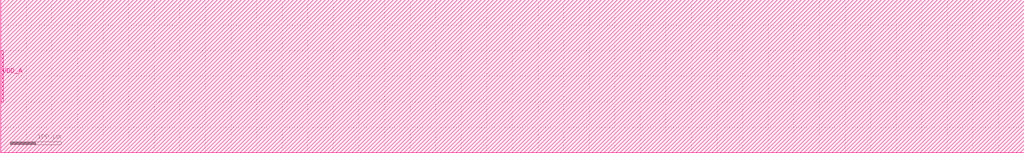
<source format=lef>
VERSION 5.5 ;
NAMESCASESENSITIVE ON ;
#BUSBITCHARS "d" ;
#DIVIDERCHAR "/" ;

SITE unit
  CLASS CORE ;
  SYMMETRY X Y ;
  SIZE 0.2 BY 1.8 ;
END unit


MACRO block1
  CLASS BLOCK ;
  ORIGIN 0 0 ;
  SIZE 1000 BY 500 ;
  SYMMETRY X Y R90 ;

  PIN VDD_A
    DIRECTION INOUT ;
    USE POWER ;
    PORT
    LAYER METAL5 ;
       RECT 0 10 5 60 ;
    LAYER METAL6 ;
       RECT 0 10 5 60 ;
    END 
  END VDD_A
  PIN VDD_B
    DIRECTION INOUT ;
    USE POWER ;
    PORT
    LAYER METAL5 ;
       RECT 0 200 5 250 ;
    LAYER METAL6 ;
       RECT 0 200 5 250 ;
    END
  END VDD_B

  OBS
    LAYER METAL1 ;
       RECT 0 0 1000 500 ;
    LAYER METAL2 ;
       RECT 0 0 1000 500 ;
    LAYER METAL3 ;
       RECT 0 0 1000 500 ;
    LAYER METAL4 ;
       RECT 0 0 1000 500 ;
    LAYER METAL5 ;
       RECT 0 0 1000 500 ;
    LAYER METAL6 ;
       RECT 0 0 1000 500 ;
  END
END block1
  
MACRO block2
  CLASS BLOCK ;
  ORIGIN 0 0 ;
  SIZE 700 BY 600 ;
  SYMMETRY X Y R90 ;

  PIN VDD_A
    DIRECTION INOUT ;
    USE POWER ;
    PORT
    LAYER METAL5 ;
       RECT 0 100 5 150 ;
    LAYER METAL6 ;
       RECT 0 100 5 150 ;
    END
  END VDD_A

  OBS
    LAYER METAL1 ;
       RECT 0 0 700 600 ;
    LAYER METAL2 ;
       RECT 0 0 700 600 ;
    LAYER METAL3 ;
       RECT 0 0 700 600 ;
    LAYER METAL4 ;
       RECT 0 0 700 600 ;
    LAYER METAL5 ;
       RECT 0 0 700 600 ;
    LAYER METAL6 ;
       RECT 0 0 700 600 ;
  END
END block2

MACRO block3
  CLASS BLOCK ;
  ORIGIN 0 0 ;
  SIZE 500 BY 500 ;
  SYMMETRY X Y R90 ;

  PIN VDD_A
    DIRECTION INOUT ;
    USE POWER ;
    PORT
    LAYER METAL4 ;
       RECT 0 50 5 100 ;
    LAYER METAL5 ;
       RECT 0 50 5 100 ;
    END
  END VDD_A

  OBS
    LAYER METAL1 ;
       RECT 0 0 500 500 ;
    LAYER METAL2 ;
       RECT 0 0 500 500 ;
    LAYER METAL3 ;
       RECT 0 0 500 500 ;
    LAYER METAL4 ;
       RECT 0 0 500 500 ;
    LAYER METAL5 ;
       RECT 0 0 500 500 ;
  END
END block3

MACRO block4
  CLASS BLOCK ;
  ORIGIN 0 0 ;
  SIZE 200 BY 200 ;
  SYMMETRY X Y R90 ;

  PIN VDD_A
    DIRECTION INOUT ;
    USE POWER ;
    PORT
    LAYER METAL3 ;
       RECT 0 80 5 120 ;
    LAYER METAL4 ;
       RECT 0 80 5 120 ;
    END
  END VDD_A

  OBS
    LAYER METAL1 ;
       RECT 0 0 200 200 ;
    LAYER METAL2 ;
       RECT 0 0 200 200 ;
    LAYER METAL3 ;
       RECT 0 0 200 200 ;
    LAYER METAL4 ;
       RECT 0 0 200 200 ;
  END
END block4

MACRO block5
  CLASS BLOCK ;
  ORIGIN 0 0 ;
  SIZE 200 BY 1000 ;
  SYMMETRY X Y R90 ;

  PIN VDD_A
    DIRECTION INOUT ;
    USE POWER ;
    PORT
    LAYER METAL5 ;
       RECT 0 200 5 250 ;
    LAYER METAL6 ;
       RECT 0 200 5 250 ;
    END
  END VDD_A
  PIN VDD_B
    DIRECTION INOUT ;
    USE POWER ;
    PORT
    LAYER METAL5 ;
       RECT 0 400 5 450 ;
    LAYER METAL6 ;
       RECT 0 400 5 450 ;
    END
  END VDD_B

  OBS
    LAYER METAL1 ;
       RECT 0 0 200 1000 ;
    LAYER METAL2 ;
       RECT 0 0 200 1000 ;
    LAYER METAL3 ;
       RECT 0 0 200 1000 ;
    LAYER METAL4 ;
       RECT 0 0 200 1000 ;
    LAYER METAL5 ;
       RECT 0 0 200 1000 ;
    LAYER METAL6 ;
       RECT 0 0 200 1000 ;
  END
END block5

MACRO block6
  CLASS BLOCK ;
  ORIGIN 0 0 ;
  SIZE 2000 BY 300 ;
  SYMMETRY X Y R90 ;

  PIN VDD_A
    DIRECTION INOUT ;
    USE POWER ;
    PORT
    LAYER METAL6 ;
       RECT 0 100 5 200 ;
    END
  END VDD_A

  OBS
    LAYER METAL6 ;
       RECT 0 0 2000 300 ;
  END
END block6

MACRO block7
  CLASS BLOCK ;
  ORIGIN 0 0 ;
  SIZE 1300 BY 300 ;
  SYMMETRY X Y R90 ;

  PIN VDD_A
    DIRECTION INOUT ;
    USE POWER ;
    PORT
    LAYER METAL5 ;
       RECT 0 50 5 70 ;
    END
  END VDD_A

  OBS
    LAYER METAL5 ;
       RECT 0 0 1300 300 ;
  END
END block7

MACRO block8
  CLASS BLOCK ;
  ORIGIN 0 0 ;
  SIZE 1000 BY 200 ;
  SYMMETRY X Y R90 ;

  PIN VDD_A
    DIRECTION INOUT ;
    USE POWER ;
    PORT
    LAYER METAL5 ;
       RECT 0 50 5 70 ;
    END
  END VDD_A

  OBS
    LAYER METAL5 ;
       RECT 0 0 1000 200 ;
  END
END block8


MACRO block9
  CLASS BLOCK ;
  ORIGIN 0 0 ;
  SIZE 250 BY 700 ;
  SYMMETRY X Y R90 ;

  PIN VDD_A
    DIRECTION INOUT ;
    USE POWER ;
    PORT
    LAYER METAL5 ;
       RECT 0 150 5 180 ;
    LAYER METAL6 ;
       RECT 0 150 5 180 ;
    END
  END VDD_A
  PIN VDD_B
    DIRECTION INOUT ;
    USE POWER ;
    PORT
    LAYER METAL5 ;
       RECT 0 250 5 280 ;
    LAYER METAL6 ;
       RECT 0 250 5 280 ;
    END
  END VDD_B
  PIN VDD_C
    DIRECTION INOUT ;
    USE POWER ;
    PORT
    LAYER METAL5 ;
       RECT 0 350 5 380 ;
    LAYER METAL6 ;
       RECT 0 350 5 380 ;
    END
  END VDD_C
  PIN VDD_D
    DIRECTION INOUT ;
    USE POWER ;
    PORT
    LAYER METAL5 ;
       RECT 0 450 5 480 ;
    LAYER METAL6 ;
       RECT 0 450 5 480 ;
    END
  END VDD_D
  PIN VDD_E
    DIRECTION INOUT ;
    USE POWER ;
    PORT
    LAYER METAL5 ;
       RECT 0 550 5 580 ;
    LAYER METAL6 ;
       RECT 0 550 5 580 ;
    END
  END VDD_E

  OBS
    LAYER METAL1 ;
       RECT 0 0 250 700 ;
    LAYER METAL2 ; 
       RECT 0 0 250 700 ;
    LAYER METAL3 ; 
       RECT 0 0 250 700 ;
    LAYER METAL4 ;
       RECT 0 0 250 700 ;
    LAYER METAL5 ;
       RECT 0 0 250 700 ;
    LAYER METAL6 ;
       RECT 0 0 250 700 ;
  END  
END block9


END LIBRARY

</source>
